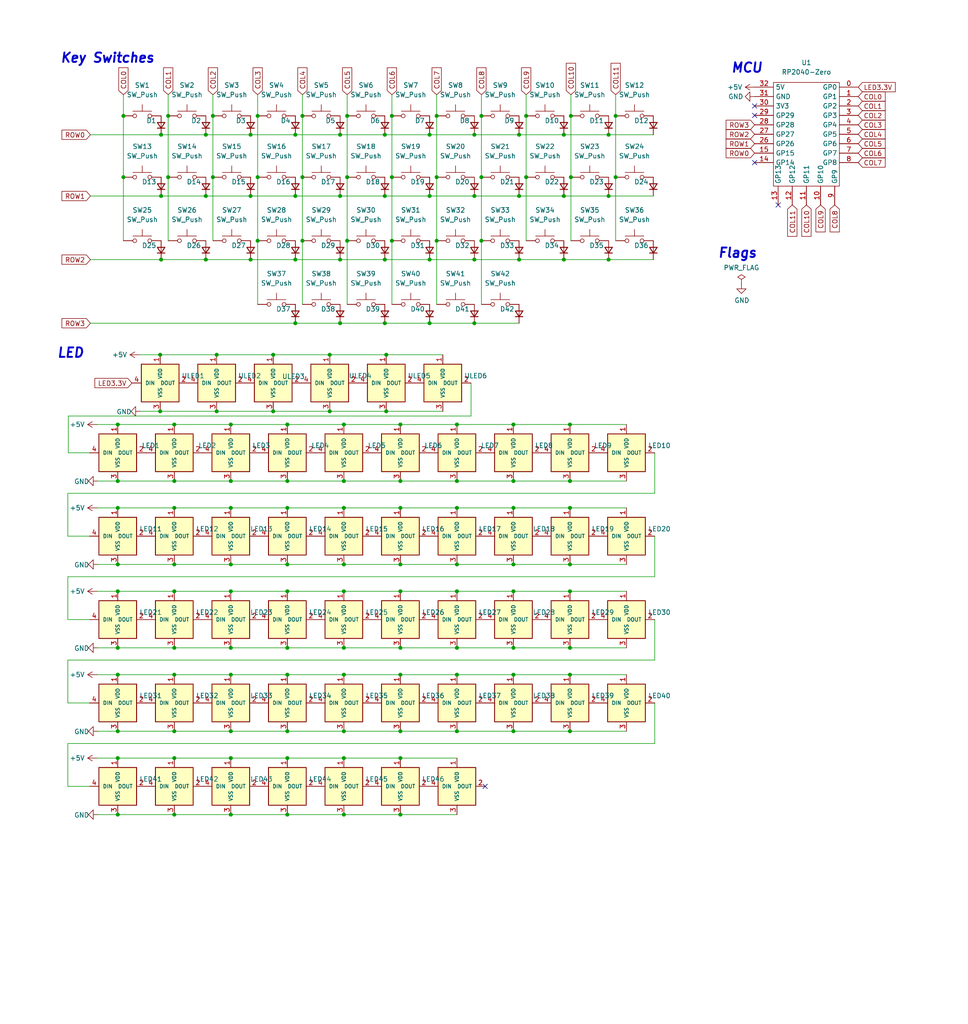
<source format=kicad_sch>
(kicad_sch (version 20231120) (generator "eeschema") (generator_version "8.0")
  (paper "User" 260.985 275.996)
  (junction (at 107.95 219.583))
  (junction (at 43.434 52.832))
  (junction (at 67.564 52.832))
  (junction (at 123.19 174.625))
  (junction (at 92.71 159.385))
  (junction (at 92.71 219.583))
  (junction (at 115.824 69.977))
  (junction (at 69.469 64.897))
  (junction (at 123.19 181.864))
  (junction (at 138.43 152.146))
  (junction (at 103.759 52.832))
  (junction (at 138.43 136.906))
  (junction (at 77.47 159.385))
  (junction (at 62.23 136.906))
  (junction (at 79.629 87.122))
  (junction (at 73.66 95.631))
  (junction (at 62.23 219.583))
  (junction (at 138.43 181.864))
  (junction (at 92.71 181.864))
  (junction (at 141.859 47.752))
  (junction (at 43.18 110.871))
  (junction (at 43.18 95.631))
  (junction (at 77.47 174.625))
  (junction (at 127.889 36.322))
  (junction (at 107.95 204.343))
  (junction (at 79.629 36.322))
  (junction (at 31.75 159.385))
  (junction (at 31.75 136.906))
  (junction (at 123.19 197.104))
  (junction (at 92.71 129.667))
  (junction (at 46.99 129.667))
  (junction (at 33.274 31.242))
  (junction (at 92.71 197.104))
  (junction (at 164.084 52.832))
  (junction (at 46.99 181.864))
  (junction (at 62.23 197.104))
  (junction (at 93.599 47.752))
  (junction (at 46.99 114.427))
  (junction (at 81.534 64.897))
  (junction (at 152.019 52.832))
  (junction (at 62.23 181.864))
  (junction (at 77.47 152.146))
  (junction (at 43.434 36.322))
  (junction (at 153.67 114.427))
  (junction (at 123.19 152.146))
  (junction (at 127.889 87.122))
  (junction (at 31.75 219.583))
  (junction (at 153.67 129.667))
  (junction (at 46.99 136.906))
  (junction (at 123.19 129.667))
  (junction (at 57.404 31.242))
  (junction (at 153.924 47.752))
  (junction (at 77.47 204.343))
  (junction (at 127.889 69.977))
  (junction (at 91.694 52.832))
  (junction (at 152.019 69.977))
  (junction (at 123.19 159.385))
  (junction (at 153.67 136.906))
  (junction (at 107.95 181.864))
  (junction (at 139.954 52.832))
  (junction (at 92.71 204.343))
  (junction (at 79.629 69.977))
  (junction (at 104.14 95.631))
  (junction (at 91.694 69.977))
  (junction (at 55.499 69.977))
  (junction (at 104.14 110.871))
  (junction (at 153.67 197.104))
  (junction (at 69.469 31.242))
  (junction (at 138.43 197.104))
  (junction (at 77.47 129.667))
  (junction (at 92.71 136.906))
  (junction (at 62.23 114.427))
  (junction (at 77.47 114.427))
  (junction (at 127.889 52.832))
  (junction (at 115.824 52.832))
  (junction (at 105.664 64.897))
  (junction (at 138.43 129.667))
  (junction (at 103.759 87.122))
  (junction (at 138.43 114.427))
  (junction (at 107.95 159.385))
  (junction (at 107.95 136.906))
  (junction (at 77.47 197.104))
  (junction (at 31.75 181.864))
  (junction (at 164.084 36.322))
  (junction (at 103.759 36.322))
  (junction (at 117.729 31.242))
  (junction (at 107.95 174.625))
  (junction (at 117.729 64.897))
  (junction (at 105.664 31.242))
  (junction (at 93.599 31.242))
  (junction (at 62.23 174.625))
  (junction (at 31.75 174.625))
  (junction (at 165.989 31.242))
  (junction (at 152.019 36.322))
  (junction (at 77.47 136.906))
  (junction (at 46.99 159.385))
  (junction (at 45.339 31.242))
  (junction (at 88.9 110.871))
  (junction (at 62.23 159.385))
  (junction (at 105.664 47.752))
  (junction (at 92.71 174.625))
  (junction (at 46.99 204.343))
  (junction (at 46.99 219.583))
  (junction (at 153.924 31.242))
  (junction (at 62.23 152.146))
  (junction (at 129.794 64.897))
  (junction (at 33.274 47.752))
  (junction (at 164.084 69.977))
  (junction (at 46.99 174.625))
  (junction (at 31.75 152.146))
  (junction (at 107.95 152.146))
  (junction (at 115.824 87.122))
  (junction (at 31.75 197.104))
  (junction (at 57.404 47.752))
  (junction (at 73.66 110.871))
  (junction (at 138.43 174.625))
  (junction (at 43.434 69.977))
  (junction (at 55.499 52.832))
  (junction (at 141.859 31.242))
  (junction (at 93.599 64.897))
  (junction (at 115.824 36.322))
  (junction (at 91.694 87.122))
  (junction (at 107.95 114.427))
  (junction (at 153.67 152.146))
  (junction (at 62.23 204.343))
  (junction (at 92.71 114.427))
  (junction (at 77.47 219.583))
  (junction (at 103.759 69.977))
  (junction (at 31.75 114.427))
  (junction (at 153.67 159.385))
  (junction (at 153.67 181.864))
  (junction (at 139.954 36.322))
  (junction (at 91.694 36.322))
  (junction (at 67.564 69.977))
  (junction (at 153.67 174.625))
  (junction (at 107.95 129.667))
  (junction (at 55.499 36.322))
  (junction (at 139.954 69.977))
  (junction (at 138.43 159.385))
  (junction (at 79.629 52.832))
  (junction (at 92.71 152.146))
  (junction (at 58.42 95.631))
  (junction (at 69.469 47.752))
  (junction (at 46.99 152.146))
  (junction (at 45.339 47.752))
  (junction (at 107.95 197.104))
  (junction (at 62.23 129.667))
  (junction (at 31.75 204.343))
  (junction (at 77.47 181.864))
  (junction (at 123.19 136.906))
  (junction (at 123.19 114.427))
  (junction (at 165.989 47.752))
  (junction (at 81.534 31.242))
  (junction (at 58.42 110.871))
  (junction (at 46.99 197.104))
  (junction (at 81.534 47.752))
  (junction (at 31.75 129.667))
  (junction (at 129.794 31.242))
  (junction (at 67.564 36.322))
  (junction (at 117.729 47.752))
  (junction (at 88.9 95.631))
  (junction (at 129.794 47.752))
  (no_connect (at 203.454 28.575))
  (no_connect (at 130.81 211.963))
  (no_connect (at 203.454 43.815))
  (no_connect (at 203.454 31.115))
  (no_connect (at 209.804 55.245))
  (wire (pts (xy 62.23 204.343) (xy 77.47 204.343)))
  (wire (pts (xy 129.794 47.752) (xy 129.794 64.897)))
  (wire (pts (xy 153.67 114.427) (xy 168.91 114.427)))
  (wire (pts (xy 141.859 31.242) (xy 141.859 47.752)))
  (wire (pts (xy 43.434 36.322) (xy 55.499 36.322)))
  (wire (pts (xy 88.9 95.631) (xy 104.14 95.631)))
  (wire (pts (xy 31.75 136.906) (xy 46.99 136.906)))
  (wire (pts (xy 31.75 174.625) (xy 46.99 174.625)))
  (wire (pts (xy 153.67 181.864) (xy 168.91 181.864)))
  (wire (pts (xy 18.415 122.047) (xy 24.13 122.047)))
  (wire (pts (xy 92.71 159.385) (xy 107.95 159.385)))
  (wire (pts (xy 105.664 47.752) (xy 105.664 64.897)))
  (wire (pts (xy 55.499 52.832) (xy 67.564 52.832)))
  (wire (pts (xy 153.67 174.625) (xy 168.91 174.625)))
  (wire (pts (xy 127 103.251) (xy 127 112.141)))
  (wire (pts (xy 153.67 152.146) (xy 168.91 152.146)))
  (wire (pts (xy 73.66 110.871) (xy 88.9 110.871)))
  (wire (pts (xy 107.95 174.625) (xy 123.19 174.625)))
  (wire (pts (xy 93.599 25.527) (xy 93.599 31.242)))
  (wire (pts (xy 43.18 95.631) (xy 58.42 95.631)))
  (wire (pts (xy 57.404 25.527) (xy 57.404 31.242)))
  (wire (pts (xy 58.42 95.631) (xy 73.66 95.631)))
  (wire (pts (xy 176.53 167.005) (xy 176.53 177.927)))
  (wire (pts (xy 43.18 110.871) (xy 58.42 110.871)))
  (wire (pts (xy 139.954 52.832) (xy 152.019 52.832)))
  (wire (pts (xy 88.9 110.871) (xy 104.14 110.871)))
  (wire (pts (xy 18.288 167.005) (xy 24.13 167.005)))
  (wire (pts (xy 31.75 152.146) (xy 46.99 152.146)))
  (wire (pts (xy 26.416 174.625) (xy 31.75 174.625)))
  (wire (pts (xy 46.99 136.906) (xy 62.23 136.906)))
  (wire (pts (xy 92.71 136.906) (xy 107.95 136.906)))
  (wire (pts (xy 107.95 152.146) (xy 123.19 152.146)))
  (wire (pts (xy 24.384 52.832) (xy 43.434 52.832)))
  (wire (pts (xy 165.989 47.752) (xy 165.989 64.897)))
  (wire (pts (xy 67.564 36.322) (xy 79.629 36.322)))
  (wire (pts (xy 123.19 197.104) (xy 138.43 197.104)))
  (wire (pts (xy 107.95 136.906) (xy 123.19 136.906)))
  (wire (pts (xy 55.499 36.322) (xy 67.564 36.322)))
  (wire (pts (xy 18.288 189.484) (xy 24.13 189.484)))
  (wire (pts (xy 107.95 219.583) (xy 123.19 219.583)))
  (wire (pts (xy 107.95 159.385) (xy 123.19 159.385)))
  (wire (pts (xy 117.729 47.752) (xy 117.729 64.897)))
  (wire (pts (xy 33.274 47.752) (xy 33.274 64.897)))
  (wire (pts (xy 115.824 36.322) (xy 127.889 36.322)))
  (wire (pts (xy 123.19 159.385) (xy 138.43 159.385)))
  (wire (pts (xy 46.99 219.583) (xy 62.23 219.583)))
  (wire (pts (xy 26.162 204.343) (xy 31.75 204.343)))
  (wire (pts (xy 26.416 197.104) (xy 31.75 197.104)))
  (wire (pts (xy 46.99 159.385) (xy 62.23 159.385)))
  (wire (pts (xy 176.53 155.448) (xy 18.288 155.448)))
  (wire (pts (xy 31.75 159.385) (xy 46.99 159.385)))
  (wire (pts (xy 176.53 189.484) (xy 176.53 200.406)))
  (wire (pts (xy 79.629 52.832) (xy 91.694 52.832)))
  (wire (pts (xy 31.75 197.104) (xy 46.99 197.104)))
  (wire (pts (xy 77.47 181.864) (xy 92.71 181.864)))
  (wire (pts (xy 103.759 36.322) (xy 115.824 36.322)))
  (wire (pts (xy 69.469 47.752) (xy 69.469 64.897)))
  (wire (pts (xy 81.534 31.242) (xy 81.534 47.752)))
  (wire (pts (xy 18.288 211.963) (xy 24.13 211.963)))
  (wire (pts (xy 176.53 132.969) (xy 18.288 132.969)))
  (wire (pts (xy 18.288 132.969) (xy 18.288 144.526)))
  (wire (pts (xy 77.47 197.104) (xy 92.71 197.104)))
  (wire (pts (xy 46.99 152.146) (xy 62.23 152.146)))
  (wire (pts (xy 127.889 52.832) (xy 139.954 52.832)))
  (wire (pts (xy 91.694 69.977) (xy 103.759 69.977)))
  (wire (pts (xy 18.288 189.484) (xy 18.288 177.927)))
  (wire (pts (xy 46.99 204.343) (xy 62.23 204.343)))
  (wire (pts (xy 77.47 114.427) (xy 92.71 114.427)))
  (wire (pts (xy 91.694 52.832) (xy 103.759 52.832)))
  (wire (pts (xy 115.824 52.832) (xy 127.889 52.832)))
  (wire (pts (xy 18.288 167.005) (xy 18.288 155.448)))
  (wire (pts (xy 92.71 204.343) (xy 107.95 204.343)))
  (wire (pts (xy 31.75 181.864) (xy 46.99 181.864)))
  (wire (pts (xy 123.19 174.625) (xy 138.43 174.625)))
  (wire (pts (xy 127.889 69.977) (xy 139.954 69.977)))
  (wire (pts (xy 67.564 69.977) (xy 79.629 69.977)))
  (wire (pts (xy 176.53 177.927) (xy 18.288 177.927)))
  (wire (pts (xy 139.954 36.322) (xy 152.019 36.322)))
  (wire (pts (xy 62.23 152.146) (xy 77.47 152.146)))
  (wire (pts (xy 141.859 25.527) (xy 141.859 31.242)))
  (wire (pts (xy 77.47 129.667) (xy 92.71 129.667)))
  (wire (pts (xy 77.47 219.583) (xy 92.71 219.583)))
  (wire (pts (xy 152.019 69.977) (xy 164.084 69.977)))
  (wire (pts (xy 153.924 25.527) (xy 153.924 31.242)))
  (wire (pts (xy 79.629 87.122) (xy 91.694 87.122)))
  (wire (pts (xy 77.47 159.385) (xy 92.71 159.385)))
  (wire (pts (xy 62.23 114.427) (xy 77.47 114.427)))
  (wire (pts (xy 62.23 129.667) (xy 77.47 129.667)))
  (wire (pts (xy 62.23 136.906) (xy 77.47 136.906)))
  (wire (pts (xy 104.14 95.631) (xy 119.38 95.631)))
  (wire (pts (xy 176.53 122.047) (xy 176.53 132.969)))
  (wire (pts (xy 123.19 181.864) (xy 138.43 181.864)))
  (wire (pts (xy 117.729 64.897) (xy 117.729 82.042)))
  (wire (pts (xy 33.274 25.527) (xy 33.274 31.242)))
  (wire (pts (xy 138.43 114.427) (xy 153.67 114.427)))
  (wire (pts (xy 43.434 69.977) (xy 55.499 69.977)))
  (wire (pts (xy 91.694 36.322) (xy 103.759 36.322)))
  (wire (pts (xy 46.99 174.625) (xy 62.23 174.625)))
  (wire (pts (xy 176.53 200.406) (xy 18.288 200.406)))
  (wire (pts (xy 43.434 52.832) (xy 55.499 52.832)))
  (wire (pts (xy 62.23 219.583) (xy 77.47 219.583)))
  (wire (pts (xy 93.599 47.752) (xy 93.599 64.897)))
  (wire (pts (xy 33.274 31.242) (xy 33.274 47.752)))
  (wire (pts (xy 141.859 47.752) (xy 141.859 64.897)))
  (wire (pts (xy 92.71 152.146) (xy 107.95 152.146)))
  (wire (pts (xy 123.19 136.906) (xy 138.43 136.906)))
  (wire (pts (xy 176.53 144.526) (xy 176.53 155.448)))
  (wire (pts (xy 24.384 87.122) (xy 79.629 87.122)))
  (wire (pts (xy 123.19 129.667) (xy 138.43 129.667)))
  (wire (pts (xy 129.794 31.242) (xy 129.794 47.752)))
  (wire (pts (xy 127.889 87.122) (xy 139.954 87.122)))
  (wire (pts (xy 138.43 129.667) (xy 153.67 129.667)))
  (wire (pts (xy 58.42 110.871) (xy 73.66 110.871)))
  (wire (pts (xy 153.67 129.667) (xy 168.91 129.667)))
  (wire (pts (xy 127.889 36.322) (xy 139.954 36.322)))
  (wire (pts (xy 138.43 152.146) (xy 153.67 152.146)))
  (wire (pts (xy 62.23 159.385) (xy 77.47 159.385)))
  (wire (pts (xy 139.954 69.977) (xy 152.019 69.977)))
  (wire (pts (xy 81.534 64.897) (xy 81.534 82.042)))
  (wire (pts (xy 127 112.141) (xy 18.415 112.141)))
  (wire (pts (xy 67.564 52.832) (xy 79.629 52.832)))
  (wire (pts (xy 103.759 87.122) (xy 115.824 87.122)))
  (wire (pts (xy 31.75 204.343) (xy 46.99 204.343)))
  (wire (pts (xy 46.99 197.104) (xy 62.23 197.104)))
  (wire (pts (xy 18.288 211.963) (xy 18.288 200.406)))
  (wire (pts (xy 62.23 181.864) (xy 77.47 181.864)))
  (wire (pts (xy 107.95 114.427) (xy 123.19 114.427)))
  (wire (pts (xy 46.99 129.667) (xy 62.23 129.667)))
  (wire (pts (xy 69.469 25.527) (xy 69.469 31.242)))
  (wire (pts (xy 37.592 95.631) (xy 43.18 95.631)))
  (wire (pts (xy 79.629 69.977) (xy 91.694 69.977)))
  (wire (pts (xy 105.664 64.897) (xy 105.664 82.042)))
  (wire (pts (xy 92.71 219.583) (xy 107.95 219.583)))
  (wire (pts (xy 24.384 69.977) (xy 43.434 69.977)))
  (wire (pts (xy 24.384 36.322) (xy 43.434 36.322)))
  (wire (pts (xy 77.47 174.625) (xy 92.71 174.625)))
  (wire (pts (xy 107.95 197.104) (xy 123.19 197.104)))
  (wire (pts (xy 153.924 47.752) (xy 153.924 64.897)))
  (wire (pts (xy 45.339 25.527) (xy 45.339 31.242)))
  (wire (pts (xy 104.14 110.871) (xy 119.38 110.871)))
  (wire (pts (xy 45.339 31.242) (xy 45.339 47.752)))
  (wire (pts (xy 92.71 114.427) (xy 107.95 114.427)))
  (wire (pts (xy 69.469 31.242) (xy 69.469 47.752)))
  (wire (pts (xy 138.43 181.864) (xy 153.67 181.864)))
  (wire (pts (xy 18.415 112.141) (xy 18.415 122.047)))
  (wire (pts (xy 45.339 47.752) (xy 45.339 64.897)))
  (wire (pts (xy 117.729 31.242) (xy 117.729 47.752)))
  (wire (pts (xy 46.99 181.864) (xy 62.23 181.864)))
  (wire (pts (xy 152.019 36.322) (xy 164.084 36.322)))
  (wire (pts (xy 26.416 129.667) (xy 31.75 129.667)))
  (wire (pts (xy 81.534 25.527) (xy 81.534 31.242)))
  (wire (pts (xy 103.759 52.832) (xy 115.824 52.832)))
  (wire (pts (xy 164.084 69.977) (xy 176.149 69.977)))
  (wire (pts (xy 153.67 159.385) (xy 168.91 159.385)))
  (wire (pts (xy 107.95 181.864) (xy 123.19 181.864)))
  (wire (pts (xy 129.794 25.527) (xy 129.794 31.242)))
  (wire (pts (xy 77.47 136.906) (xy 92.71 136.906)))
  (wire (pts (xy 123.19 152.146) (xy 138.43 152.146)))
  (wire (pts (xy 165.989 25.527) (xy 165.989 31.242)))
  (wire (pts (xy 26.162 181.864) (xy 31.75 181.864)))
  (wire (pts (xy 62.23 174.625) (xy 77.47 174.625)))
  (wire (pts (xy 81.534 47.752) (xy 81.534 64.897)))
  (wire (pts (xy 57.404 47.752) (xy 57.404 64.897)))
  (wire (pts (xy 164.084 36.322) (xy 176.149 36.322)))
  (wire (pts (xy 37.846 110.871) (xy 43.18 110.871)))
  (wire (pts (xy 92.71 181.864) (xy 107.95 181.864)))
  (wire (pts (xy 26.162 136.906) (xy 31.75 136.906)))
  (wire (pts (xy 153.67 197.104) (xy 168.91 197.104)))
  (wire (pts (xy 153.67 136.906) (xy 168.91 136.906)))
  (wire (pts (xy 26.416 152.146) (xy 31.75 152.146)))
  (wire (pts (xy 93.599 64.897) (xy 93.599 82.042)))
  (wire (pts (xy 77.47 152.146) (xy 92.71 152.146)))
  (wire (pts (xy 91.694 87.122) (xy 103.759 87.122)))
  (wire (pts (xy 93.599 31.242) (xy 93.599 47.752)))
  (wire (pts (xy 79.629 36.322) (xy 91.694 36.322)))
  (wire (pts (xy 123.19 114.427) (xy 138.43 114.427)))
  (wire (pts (xy 55.499 69.977) (xy 67.564 69.977)))
  (wire (pts (xy 26.162 114.427) (xy 31.75 114.427)))
  (wire (pts (xy 165.989 31.242) (xy 165.989 47.752)))
  (wire (pts (xy 31.75 219.583) (xy 46.99 219.583)))
  (wire (pts (xy 107.95 129.667) (xy 123.19 129.667)))
  (wire (pts (xy 92.71 129.667) (xy 107.95 129.667)))
  (wire (pts (xy 164.084 52.832) (xy 176.149 52.832)))
  (wire (pts (xy 107.95 204.343) (xy 123.19 204.343)))
  (wire (pts (xy 57.404 31.242) (xy 57.404 47.752)))
  (wire (pts (xy 117.729 25.527) (xy 117.729 31.242)))
  (wire (pts (xy 26.162 159.385) (xy 31.75 159.385)))
  (wire (pts (xy 138.43 159.385) (xy 153.67 159.385)))
  (wire (pts (xy 62.23 197.104) (xy 77.47 197.104)))
  (wire (pts (xy 138.43 136.906) (xy 153.67 136.906)))
  (wire (pts (xy 73.66 95.631) (xy 88.9 95.631)))
  (wire (pts (xy 69.469 64.897) (xy 69.469 82.042)))
  (wire (pts (xy 115.824 69.977) (xy 127.889 69.977)))
  (wire (pts (xy 31.75 114.427) (xy 46.99 114.427)))
  (wire (pts (xy 105.664 31.242) (xy 105.664 47.752)))
  (wire (pts (xy 31.75 129.667) (xy 46.99 129.667)))
  (wire (pts (xy 138.43 197.104) (xy 153.67 197.104)))
  (wire (pts (xy 92.71 174.625) (xy 107.95 174.625)))
  (wire (pts (xy 77.47 204.343) (xy 92.71 204.343)))
  (wire (pts (xy 105.664 25.527) (xy 105.664 31.242)))
  (wire (pts (xy 138.43 174.625) (xy 153.67 174.625)))
  (wire (pts (xy 115.824 87.122) (xy 127.889 87.122)))
  (wire (pts (xy 46.99 114.427) (xy 62.23 114.427)))
  (wire (pts (xy 129.794 64.897) (xy 129.794 82.042)))
  (wire (pts (xy 153.924 31.242) (xy 153.924 47.752)))
  (wire (pts (xy 18.288 144.526) (xy 24.13 144.526)))
  (wire (pts (xy 92.71 197.104) (xy 107.95 197.104)))
  (wire (pts (xy 152.019 52.832) (xy 164.084 52.832)))
  (wire (pts (xy 26.416 219.583) (xy 31.75 219.583)))
  (wire (pts (xy 103.759 69.977) (xy 115.824 69.977)))
  (text "MCU" (at 196.977 19.939 0) (effects (font (size 2.54 2.54) (thickness 0.508) (bold yes) (italic yes)) (justify left bottom)))
  (text "LED" (at 15.24 96.774 0) (effects (font (size 2.54 2.54) (thickness 0.508) (bold yes) (italic yes)) (justify left bottom)))
  (text "Flags" (at 193.421 69.85 0) (effects (font (size 2.54 2.54) (thickness 0.508) (bold yes) (italic yes)) (justify left bottom)))
  (text "Key Switches" (at 16.129 17.272 0) (effects (font (size 2.54 2.54) (thickness 0.508) (bold yes) (italic yes)) (justify left bottom)))
  (global_label "ROW0" (shape input) (at 203.454 41.275 180) (property "Intersheetrefs" "${INTERSHEET_REFS}" (effects (hide yes))))
  (global_label "COL3" (shape input) (at 69.469 25.527 90) (property "Intersheetrefs" "${INTERSHEET_REFS}" (effects (hide yes))))
  (global_label "COL10" (shape input) (at 153.924 25.527 90) (property "Intersheetrefs" "${INTERSHEET_REFS}" (effects (hide yes))))
  (global_label "ROW1" (shape input) (at 24.384 52.832 180) (property "Intersheetrefs" "${INTERSHEET_REFS}" (effects (hide yes))))
  (global_label "COL4" (shape input) (at 81.534 25.527 90) (property "Intersheetrefs" "${INTERSHEET_REFS}" (effects (hide yes))))
  (global_label "COL5" (shape input) (at 93.599 25.527 90) (property "Intersheetrefs" "${INTERSHEET_REFS}" (effects (hide yes))))
  (global_label "COL9" (shape input) (at 221.234 55.245 270) (property "Intersheetrefs" "${INTERSHEET_REFS}" (effects (hide yes))))
  (global_label "LED3.3V" (shape input) (at 35.56 103.251 180) (property "Intersheetrefs" "${INTERSHEET_REFS}" (effects (hide yes))) (property "シート間のリファレンス" "${INTERSHEET_REFS}" (effects (hide yes))))
  (global_label "COL2" (shape input) (at 57.404 25.527 90) (property "Intersheetrefs" "${INTERSHEET_REFS}" (effects (hide yes))))
  (global_label "COL2" (shape input) (at 231.394 31.115 0) (property "Intersheetrefs" "${INTERSHEET_REFS}" (effects (hide yes))))
  (global_label "COL10" (shape input) (at 217.424 55.245 270) (property "Intersheetrefs" "${INTERSHEET_REFS}" (effects (hide yes))))
  (global_label "COL5" (shape input) (at 231.394 38.735 0) (property "Intersheetrefs" "${INTERSHEET_REFS}" (effects (hide yes))))
  (global_label "COL0" (shape input) (at 33.274 25.527 90) (property "Intersheetrefs" "${INTERSHEET_REFS}" (effects (hide yes))))
  (global_label "COL4" (shape input) (at 231.394 36.195 0) (property "Intersheetrefs" "${INTERSHEET_REFS}" (effects (hide yes))))
  (global_label "COL8" (shape input) (at 225.044 55.245 270) (property "Intersheetrefs" "${INTERSHEET_REFS}" (effects (hide yes))))
  (global_label "ROW2" (shape input) (at 203.454 36.195 180) (property "Intersheetrefs" "${INTERSHEET_REFS}" (effects (hide yes))))
  (global_label "COL11" (shape input) (at 165.989 25.527 90) (property "Intersheetrefs" "${INTERSHEET_REFS}" (effects (hide yes))))
  (global_label "COL3" (shape input) (at 231.394 33.655 0) (property "Intersheetrefs" "${INTERSHEET_REFS}" (effects (hide yes))))
  (global_label "COL8" (shape input) (at 129.794 25.527 90) (property "Intersheetrefs" "${INTERSHEET_REFS}" (effects (hide yes))))
  (global_label "ROW0" (shape input) (at 24.384 36.322 180) (property "Intersheetrefs" "${INTERSHEET_REFS}" (effects (hide yes))))
  (global_label "ROW1" (shape input) (at 203.454 38.735 180) (property "Intersheetrefs" "${INTERSHEET_REFS}" (effects (hide yes))))
  (global_label "LED3.3V" (shape input) (at 231.394 23.495 0) (property "Intersheetrefs" "${INTERSHEET_REFS}" (effects (hide yes))) (property "シート間のリファレンス" "${INTERSHEET_REFS}" (effects (hide yes))))
  (global_label "COL6" (shape input) (at 105.664 25.527 90) (property "Intersheetrefs" "${INTERSHEET_REFS}" (effects (hide yes))))
  (global_label "COL9" (shape input) (at 141.859 25.527 90) (property "Intersheetrefs" "${INTERSHEET_REFS}" (effects (hide yes))))
  (global_label "COL1" (shape input) (at 231.394 28.575 0) (property "Intersheetrefs" "${INTERSHEET_REFS}" (effects (hide yes))))
  (global_label "ROW3" (shape input) (at 203.454 33.655 180) (property "Intersheetrefs" "${INTERSHEET_REFS}" (effects (hide yes))))
  (global_label "ROW2" (shape input) (at 24.384 69.977 180) (property "Intersheetrefs" "${INTERSHEET_REFS}" (effects (hide yes))))
  (global_label "COL7" (shape input) (at 117.729 25.527 90) (property "Intersheetrefs" "${INTERSHEET_REFS}" (effects (hide yes))))
  (global_label "COL6" (shape input) (at 231.394 41.275 0) (property "Intersheetrefs" "${INTERSHEET_REFS}" (effects (hide yes))))
  (global_label "COL11" (shape input) (at 213.614 55.245 270) (property "Intersheetrefs" "${INTERSHEET_REFS}" (effects (hide yes))))
  (global_label "COL7" (shape input) (at 231.394 43.815 0) (property "Intersheetrefs" "${INTERSHEET_REFS}" (effects (hide yes))))
  (global_label "COL0" (shape input) (at 231.394 26.035 0) (property "Intersheetrefs" "${INTERSHEET_REFS}" (effects (hide yes))))
  (global_label "ROW3" (shape input) (at 24.384 87.122 180) (property "Intersheetrefs" "${INTERSHEET_REFS}" (effects (hide yes))))
  (global_label "COL1" (shape input) (at 45.339 25.527 90) (property "Intersheetrefs" "${INTERSHEET_REFS}" (effects (hide yes))))
  (symbol (lib_id "Noraneko:SK6812MINI-E") (at 46.99 144.526 0) (unit 1)
    (property "Reference" "LED12" (at 55.88 142.5816 0))
    (property "Value" "SK6812MINI-E" (effects (hide yes)))
    (property "Footprint" "Noraneko:SK6812MINI-E" (effects (hide yes)))
  )
  (symbol (lib_id "Device:D_Small") (at 103.759 84.582 90) (unit 1)
    (property "Reference" "D39" (at 102.489 83.312 90) (effects (justify left)))
    (property "Value" "D" (effects (hide yes)))
    (property "Footprint" "Noraneko:1N4148W" (effects (hide yes)))
    (property "LCSC" "C81598" (effects (hide yes)))
    (property "Sim.Device" "D" (effects (hide yes)))
    (property "Sim.Pins" "1=K 2=A" (effects (hide yes)))
  )
  (symbol (lib_id "Device:D_Small") (at 139.954 84.582 90) (unit 1)
    (property "Reference" "D42" (at 138.684 83.312 90) (effects (justify left)))
    (property "Value" "D" (effects (hide yes)))
    (property "Footprint" "Noraneko:1N4148W" (effects (hide yes)))
    (property "LCSC" "C81598" (effects (hide yes)))
    (property "Sim.Device" "D" (effects (hide yes)))
    (property "Sim.Pins" "1=K 2=A" (effects (hide yes)))
  )
  (symbol (lib_id "Switch:SW_Push") (at 74.549 64.897 0) (unit 1)
    (property "Reference" "SW28" (at 74.549 56.642 0))
    (property "Value" "SW_Push" (at 74.549 59.182 0))
    (property "Footprint" "Noraneko:MX_Socket" (effects (hide yes)))
  )
  (symbol (lib_id "Switch:SW_Push") (at 50.419 47.752 0) (unit 1)
    (property "Reference" "SW14" (at 50.419 39.497 0))
    (property "Value" "SW_Push" (at 50.419 42.037 0))
    (property "Footprint" "Noraneko:MX_Socket" (effects (hide yes)))
  )
  (symbol (lib_id "Noraneko:SK6812MINI-E") (at 46.99 122.047 0) (unit 1)
    (property "Reference" "LED2" (at 55.88 120.1026 0))
    (property "Value" "SK6812MINI-E" (effects (hide yes)))
    (property "Footprint" "Noraneko:SK6812MINI-E" (effects (hide yes)))
  )
  (symbol (lib_id "Noraneko:SK6812MINI-E") (at 104.14 103.251 0) (unit 1)
    (property "Reference" "ULED5" (at 113.03 101.3066 0))
    (property "Value" "WS2812B" (effects (hide yes)))
    (property "Footprint" "Noraneko:WS2812B_PLCC4_5.0x5.0mm" (effects (hide yes)))
    (property "LCSC" "C2843785" (effects (hide yes)))
  )
  (symbol (lib_id "Switch:SW_Push") (at 122.809 64.897 0) (unit 1)
    (property "Reference" "SW32" (at 122.809 56.642 0))
    (property "Value" "SW_Push" (at 122.809 59.182 0))
    (property "Footprint" "Noraneko:MX_Socket" (effects (hide yes)))
  )
  (symbol (lib_id "Noraneko:SK6812MINI-E") (at 107.95 189.484 0) (unit 1)
    (property "Reference" "LED36" (at 116.84 187.5396 0))
    (property "Value" "SK6812MINI-E" (effects (hide yes)))
    (property "Footprint" "Noraneko:SK6812MINI-E" (effects (hide yes)))
  )
  (symbol (lib_id "Noraneko:SK6812MINI-E") (at 77.47 122.047 0) (unit 1)
    (property "Reference" "LED4" (at 86.36 120.1026 0))
    (property "Value" "SK6812MINI-E" (effects (hide yes)))
    (property "Footprint" "Noraneko:SK6812MINI-E" (effects (hide yes)))
  )
  (symbol (lib_id "Noraneko:SK6812MINI-E") (at 123.19 144.526 0) (unit 1)
    (property "Reference" "LED17" (at 132.08 142.5816 0))
    (property "Value" "SK6812MINI-E" (effects (hide yes)))
    (property "Footprint" "Noraneko:SK6812MINI-E" (effects (hide yes)))
  )
  (symbol (lib_id "Noraneko:SK6812MINI-E") (at 92.71 189.484 0) (unit 1)
    (property "Reference" "LED35" (at 101.6 187.5396 0))
    (property "Value" "SK6812MINI-E" (effects (hide yes)))
    (property "Footprint" "Noraneko:SK6812MINI-E" (effects (hide yes)))
  )
  (symbol (lib_id "Noraneko:SK6812MINI-E") (at 168.91 189.484 0) (unit 1)
    (property "Reference" "LED40" (at 177.8 187.5396 0))
    (property "Value" "SK6812MINI-E" (effects (hide yes)))
    (property "Footprint" "Noraneko:SK6812MINI-E" (effects (hide yes)))
  )
  (symbol (lib_id "Switch:SW_Push") (at 171.069 31.242 0) (unit 1)
    (property "Reference" "SW12" (at 171.069 22.987 0))
    (property "Value" "SW_Push" (at 171.069 25.527 0))
    (property "Footprint" "Noraneko:MX_Socket" (effects (hide yes)))
  )
  (symbol (lib_id "Switch:SW_Push") (at 74.549 82.042 0) (unit 1)
    (property "Reference" "SW37" (at 74.549 73.787 0))
    (property "Value" "SW_Push" (at 74.549 76.327 0))
    (property "Footprint" "Noraneko:MX_Socket" (effects (hide yes)))
  )
  (symbol (lib_id "power:GND") (at 26.416 129.667 270) (unit 1)
    (property "Reference" "#PWR08" (effects (hide yes)))
    (property "Value" "GND" (at 22.0218 129.794 90))
  )
  (symbol (lib_id "Switch:SW_Push") (at 50.419 64.897 0) (unit 1)
    (property "Reference" "SW26" (at 50.419 56.642 0))
    (property "Value" "SW_Push" (at 50.419 59.182 0))
    (property "Footprint" "Noraneko:MX_Socket" (effects (hide yes)))
  )
  (symbol (lib_id "Noraneko:SK6812MINI-E") (at 92.71 167.005 0) (unit 1)
    (property "Reference" "LED25" (at 101.6 165.0606 0))
    (property "Value" "SK6812MINI-E" (effects (hide yes)))
    (property "Footprint" "Noraneko:SK6812MINI-E" (effects (hide yes)))
  )
  (symbol (lib_id "Switch:SW_Push") (at 38.354 47.752 0) (unit 1)
    (property "Reference" "SW13" (at 38.354 39.497 0))
    (property "Value" "SW_Push" (at 38.354 42.037 0))
    (property "Footprint" "Noraneko:MX_Socket" (effects (hide yes)))
  )
  (symbol (lib_id "Noraneko:SK6812MINI-E") (at 77.47 189.484 0) (unit 1)
    (property "Reference" "LED34" (at 86.36 187.5396 0))
    (property "Value" "SK6812MINI-E" (effects (hide yes)))
    (property "Footprint" "Noraneko:SK6812MINI-E" (effects (hide yes)))
  )
  (symbol (lib_id "Device:D_Small") (at 176.149 33.782 90) (unit 1)
    (property "Reference" "D12" (at 174.879 32.512 90) (effects (justify left)))
    (property "Value" "D" (effects (hide yes)))
    (property "Footprint" "Noraneko:1N4148W" (effects (hide yes)))
    (property "LCSC" "C81598" (effects (hide yes)))
    (property "Sim.Device" "D" (effects (hide yes)))
    (property "Sim.Pins" "1=K 2=A" (effects (hide yes)))
  )
  (symbol (lib_id "Device:D_Small") (at 164.084 67.437 90) (unit 1)
    (property "Reference" "D35" (at 162.814 66.167 90) (effects (justify left)))
    (property "Value" "D" (effects (hide yes)))
    (property "Footprint" "Noraneko:1N4148W" (effects (hide yes)))
    (property "LCSC" "C81598" (effects (hide yes)))
    (property "Sim.Device" "D" (effects (hide yes)))
    (property "Sim.Pins" "1=K 2=A" (effects (hide yes)))
  )
  (symbol (lib_id "Noraneko:SK6812MINI-E") (at 62.23 189.484 0) (unit 1)
    (property "Reference" "LED33" (at 70.485 187.5396 0))
    (property "Value" "SK6812MINI-E" (effects (hide yes)))
    (property "Footprint" "Noraneko:SK6812MINI-E" (effects (hide yes)))
  )
  (symbol (lib_id "Device:D_Small") (at 176.149 67.437 90) (unit 1)
    (property "Reference" "D36" (at 174.879 66.167 90) (effects (justify left)))
    (property "Value" "D" (effects (hide yes)))
    (property "Footprint" "Noraneko:1N4148W" (effects (hide yes)))
    (property "LCSC" "C81598" (effects (hide yes)))
    (property "Sim.Device" "D" (effects (hide yes)))
    (property "Sim.Pins" "1=K 2=A" (effects (hide yes)))
  )
  (symbol (lib_id "Switch:SW_Push") (at 134.874 31.242 0) (unit 1)
    (property "Reference" "SW9" (at 134.874 22.987 0))
    (property "Value" "SW_Push" (at 134.874 25.527 0))
    (property "Footprint" "Noraneko:MX_Socket" (effects (hide yes)))
  )
  (symbol (lib_id "Device:D_Small") (at 152.019 33.782 90) (unit 1)
    (property "Reference" "D10" (at 150.749 32.512 90) (effects (justify left)))
    (property "Value" "D" (effects (hide yes)))
    (property "Footprint" "Noraneko:1N4148W" (effects (hide yes)))
    (property "LCSC" "C81598" (effects (hide yes)))
    (property "Sim.Device" "D" (effects (hide yes)))
    (property "Sim.Pins" "1=K 2=A" (effects (hide yes)))
  )
  (symbol (lib_id "power:GND") (at 26.416 174.625 270) (unit 1)
    (property "Reference" "#PWR012" (effects (hide yes)))
    (property "Value" "GND" (at 22.0218 174.752 90))
  )
  (symbol (lib_id "Noraneko:SK6812MINI-E") (at 92.71 122.047 0) (unit 1)
    (property "Reference" "LED5" (at 101.6 120.1026 0))
    (property "Value" "SK6812MINI-E" (effects (hide yes)))
    (property "Footprint" "Noraneko:SK6812MINI-E" (effects (hide yes)))
  )
  (symbol (lib_id "Switch:SW_Push") (at 86.614 47.752 0) (unit 1)
    (property "Reference" "SW17" (at 86.614 39.497 0))
    (property "Value" "SW_Push" (at 86.614 42.037 0))
    (property "Footprint" "Noraneko:MX_Socket" (effects (hide yes)))
  )
  (symbol (lib_id "Noraneko:SK6812MINI-E") (at 46.99 189.484 0) (unit 1)
    (property "Reference" "LED32" (at 55.88 187.5396 0))
    (property "Value" "SK6812MINI-E" (effects (hide yes)))
    (property "Footprint" "Noraneko:SK6812MINI-E" (effects (hide yes)))
  )
  (symbol (lib_id "Device:D_Small") (at 43.434 50.292 90) (unit 1)
    (property "Reference" "D13" (at 42.164 49.022 90) (effects (justify left)))
    (property "Value" "D" (effects (hide yes)))
    (property "Footprint" "Noraneko:1N4148W" (effects (hide yes)))
    (property "LCSC" "C81598" (effects (hide yes)))
    (property "Sim.Device" "D" (effects (hide yes)))
    (property "Sim.Pins" "1=K 2=A" (effects (hide yes)))
  )
  (symbol (lib_id "Noraneko:SK6812MINI-E") (at 153.67 144.526 0) (unit 1)
    (property "Reference" "LED19" (at 162.56 142.5816 0))
    (property "Value" "SK6812MINI-E" (effects (hide yes)))
    (property "Footprint" "Noraneko:SK6812MINI-E" (effects (hide yes)))
  )
  (symbol (lib_id "power:PWR_FLAG") (at 199.898 76.581 0) (unit 1)
    (property "Reference" "#FLG01" (effects (hide yes)))
    (property "Value" "PWR_FLAG" (at 199.898 72.1614 0))
  )
  (symbol (lib_id "Switch:SW_Push") (at 171.069 64.897 0) (unit 1)
    (property "Reference" "SW36" (at 171.069 56.642 0))
    (property "Value" "SW_Push" (at 171.069 59.182 0))
    (property "Footprint" "Noraneko:MX_Socket" (effects (hide yes)))
  )
  (symbol (lib_id "Device:D_Small") (at 67.564 67.437 90) (unit 1)
    (property "Reference" "D27" (at 66.294 66.167 90) (effects (justify left)))
    (property "Value" "D" (effects (hide yes)))
    (property "Footprint" "Noraneko:1N4148W" (effects (hide yes)))
    (property "LCSC" "C81598" (effects (hide yes)))
    (property "Sim.Device" "D" (effects (hide yes)))
    (property "Sim.Pins" "1=K 2=A" (effects (hide yes)))
  )
  (symbol (lib_id "Noraneko:SK6812MINI-E") (at 153.67 189.484 0) (unit 1)
    (property "Reference" "LED39" (at 162.56 187.5396 0))
    (property "Value" "SK6812MINI-E" (effects (hide yes)))
    (property "Footprint" "Noraneko:SK6812MINI-E" (effects (hide yes)))
  )
  (symbol (lib_id "Noraneko:SK6812MINI-E") (at 138.43 122.047 0) (unit 1)
    (property "Reference" "LED8" (at 146.685 120.1026 0))
    (property "Value" "SK6812MINI-E" (effects (hide yes)))
    (property "Footprint" "Noraneko:SK6812MINI-E" (effects (hide yes)))
  )
  (symbol (lib_id "Switch:SW_Push") (at 86.614 64.897 0) (unit 1)
    (property "Reference" "SW29" (at 86.614 56.642 0))
    (property "Value" "SW_Push" (at 86.614 59.182 0))
    (property "Footprint" "Noraneko:MX_Socket" (effects (hide yes)))
  )
  (symbol (lib_id "Noraneko:SK6812MINI-E") (at 46.99 167.005 0) (unit 1)
    (property "Reference" "LED22" (at 55.88 165.0606 0))
    (property "Value" "SK6812MINI-E" (effects (hide yes)))
    (property "Footprint" "Noraneko:SK6812MINI-E" (effects (hide yes)))
  )
  (symbol (lib_id "Noraneko:SK6812MINI-E") (at 123.19 167.005 0) (unit 1)
    (property "Reference" "LED27" (at 132.08 165.0606 0))
    (property "Value" "SK6812MINI-E" (effects (hide yes)))
    (property "Footprint" "Noraneko:SK6812MINI-E" (effects (hide yes)))
  )
  (symbol (lib_id "Switch:SW_Push") (at 146.939 64.897 0) (unit 1)
    (property "Reference" "SW34" (at 146.939 56.642 0))
    (property "Value" "SW_Push" (at 146.939 59.182 0))
    (property "Footprint" "Noraneko:MX_Socket" (effects (hide yes)))
  )
  (symbol (lib_id "Switch:SW_Push") (at 110.744 64.897 0) (unit 1)
    (property "Reference" "SW31" (at 110.744 56.642 0))
    (property "Value" "SW_Push" (at 110.744 59.182 0))
    (property "Footprint" "Noraneko:MX_Socket" (effects (hide yes)))
  )
  (symbol (lib_id "Noraneko:SK6812MINI-E") (at 92.71 211.963 0) (unit 1)
    (property "Reference" "LED45" (at 101.6 210.0186 0))
    (property "Value" "SK6812MINI-E" (effects (hide yes)))
    (property "Footprint" "Noraneko:SK6812MINI-E" (effects (hide yes)))
  )
  (symbol (lib_id "power:GND") (at 26.416 152.146 270) (unit 1)
    (property "Reference" "#PWR010" (effects (hide yes)))
    (property "Value" "GND" (at 22.0218 152.273 90))
  )
  (symbol (lib_id "Noraneko:SK6812MINI-E") (at 77.47 167.005 0) (unit 1)
    (property "Reference" "LED24" (at 86.36 165.0606 0))
    (property "Value" "SK6812MINI-E" (effects (hide yes)))
    (property "Footprint" "Noraneko:SK6812MINI-E" (effects (hide yes)))
  )
  (symbol (lib_id "Noraneko:SK6812MINI-E") (at 77.47 211.963 0) (unit 1)
    (property "Reference" "LED44" (at 86.36 210.0186 0))
    (property "Value" "SK6812MINI-E" (effects (hide yes)))
    (property "Footprint" "Noraneko:SK6812MINI-E" (effects (hide yes)))
  )
  (symbol (lib_id "Noraneko:SK6812MINI-E") (at 107.95 122.047 0) (unit 1)
    (property "Reference" "LED6" (at 116.84 120.1026 0))
    (property "Value" "SK6812MINI-E" (effects (hide yes)))
    (property "Footprint" "Noraneko:SK6812MINI-E" (effects (hide yes)))
  )
  (symbol (lib_id "Switch:SW_Push") (at 74.549 47.752 0) (unit 1)
    (property "Reference" "SW16" (at 74.549 39.497 0))
    (property "Value" "SW_Push" (at 74.549 42.037 0))
    (property "Footprint" "Noraneko:MX_Socket" (effects (hide yes)))
  )
  (symbol (lib_id "Noraneko:SK6812MINI-E") (at 107.95 167.005 0) (unit 1)
    (property "Reference" "LED26" (at 116.84 165.0606 0))
    (property "Value" "SK6812MINI-E" (effects (hide yes)))
    (property "Footprint" "Noraneko:SK6812MINI-E" (effects (hide yes)))
  )
  (symbol (lib_id "Device:D_Small") (at 67.564 33.782 90) (unit 1)
    (property "Reference" "D3" (at 66.294 32.512 90) (effects (justify left)))
    (property "Value" "D" (effects (hide yes)))
    (property "Footprint" "Noraneko:1N4148W" (effects (hide yes)))
    (property "LCSC" "C81598" (effects (hide yes)))
    (property "Sim.Device" "D" (effects (hide yes)))
    (property "Sim.Pins" "1=K 2=A" (effects (hide yes)))
  )
  (symbol (lib_id "Noraneko:SK6812MINI-E") (at 107.95 144.526 0) (unit 1)
    (property "Reference" "LED16" (at 116.84 142.5816 0))
    (property "Value" "SK6812MINI-E" (effects (hide yes)))
    (property "Footprint" "Noraneko:SK6812MINI-E" (effects (hide yes)))
  )
  (symbol (lib_id "Switch:SW_Push") (at 62.484 64.897 0) (unit 1)
    (property "Reference" "SW27" (at 62.484 56.642 0))
    (property "Value" "SW_Push" (at 62.484 59.182 0))
    (property "Footprint" "Noraneko:MX_Socket" (effects (hide yes)))
  )
  (symbol (lib_id "Switch:SW_Push") (at 134.874 47.752 0) (unit 1)
    (property "Reference" "SW21" (at 134.874 39.497 0))
    (property "Value" "SW_Push" (at 134.874 42.037 0))
    (property "Footprint" "Noraneko:MX_Socket" (effects (hide yes)))
  )
  (symbol (lib_id "Noraneko:SK6812MINI-E") (at 123.19 211.963 0) (unit 1)
    (property "Reference" "LED47" (effects (hide yes)))
    (property "Value" "SK6812MINI-E" (effects (hide yes)))
    (property "Footprint" "Noraneko:SK6812MINI-E" (effects (hide yes)))
  )
  (symbol (lib_id "Device:D_Small") (at 91.694 84.582 90) (unit 1)
    (property "Reference" "D38" (at 90.424 83.312 90) (effects (justify left)))
    (property "Value" "D" (effects (hide yes)))
    (property "Footprint" "Noraneko:1N4148W" (effects (hide yes)))
    (property "LCSC" "C81598" (effects (hide yes)))
    (property "Sim.Device" "D" (effects (hide yes)))
    (property "Sim.Pins" "1=K 2=A" (effects (hide yes)))
  )
  (symbol (lib_id "Switch:SW_Push") (at 159.004 64.897 0) (unit 1)
    (property "Reference" "SW35" (at 159.004 56.642 0))
    (property "Value" "SW_Push" (at 159.004 59.182 0))
    (property "Footprint" "Noraneko:MX_Socket" (effects (hide yes)))
  )
  (symbol (lib_id "Switch:SW_Push") (at 98.679 31.242 0) (unit 1)
    (property "Reference" "SW6" (at 98.679 22.987 0))
    (property "Value" "SW_Push" (at 98.679 25.527 0))
    (property "Footprint" "Noraneko:MX_Socket" (effects (hide yes)))
  )
  (symbol (lib_id "power:GND") (at 26.416 219.583 270) (unit 1)
    (property "Reference" "#PWR016" (effects (hide yes)))
    (property "Value" "GND" (at 22.0218 219.71 90))
  )
  (symbol (lib_id "Switch:SW_Push") (at 62.484 31.242 0) (unit 1)
    (property "Reference" "SW3" (at 62.484 22.987 0))
    (property "Value" "SW_Push" (at 62.484 25.527 0))
    (property "Footprint" "Noraneko:MX_Socket" (effects (hide yes)))
  )
  (symbol (lib_id "power:+5V") (at 203.454 23.495 90) (unit 1)
    (property "Reference" "#PWR01" (effects (hide yes)))
    (property "Value" "+5V" (at 198.12 23.495 90))
  )
  (symbol (lib_id "Device:D_Small") (at 127.889 67.437 90) (unit 1)
    (property "Reference" "D32" (at 126.619 66.167 90) (effects (justify left)))
    (property "Value" "D" (effects (hide yes)))
    (property "Footprint" "Noraneko:1N4148W" (effects (hide yes)))
    (property "LCSC" "C81598" (effects (hide yes)))
    (property "Sim.Device" "D" (effects (hide yes)))
    (property "Sim.Pins" "1=K 2=A" (effects (hide yes)))
  )
  (symbol (lib_id "Device:D_Small") (at 139.954 33.782 90) (unit 1)
    (property "Reference" "D9" (at 138.684 32.512 90) (effects (justify left)))
    (property "Value" "D" (effects (hide yes)))
    (property "Footprint" "Noraneko:1N4148W" (effects (hide yes)))
    (property "LCSC" "C81598" (effects (hide yes)))
    (property "Sim.Device" "D" (effects (hide yes)))
    (property "Sim.Pins" "1=K 2=A" (effects (hide yes)))
  )
  (symbol (lib_id "Switch:SW_Push") (at 38.354 31.242 0) (unit 1)
    (property "Reference" "SW1" (at 38.354 22.987 0))
    (property "Value" "SW_Push" (at 38.354 25.527 0))
    (property "Footprint" "Noraneko:MX_Socket" (effects (hide yes)))
  )
  (symbol (lib_id "Noraneko:SK6812MINI-E") (at 31.75 211.963 0) (unit 1)
    (property "Reference" "LED41" (at 40.64 210.0186 0))
    (property "Value" "SK6812MINI-E" (effects (hide yes)))
    (property "Footprint" "Noraneko:SK6812MINI-E" (effects (hide yes)))
  )
  (symbol (lib_id "Device:D_Small") (at 91.694 33.782 90) (unit 1)
    (property "Reference" "D5" (at 90.424 32.512 90) (effects (justify left)))
    (property "Value" "D" (effects (hide yes)))
    (property "Footprint" "Noraneko:1N4148W" (effects (hide yes)))
    (property "LCSC" "C81598" (effects (hide yes)))
    (property "Sim.Device" "D" (effects (hide yes)))
    (property "Sim.Pins" "1=K 2=A" (effects (hide yes)))
  )
  (symbol (lib_id "Switch:SW_Push") (at 98.679 82.042 0) (unit 1)
    (property "Reference" "SW39" (at 98.679 73.787 0))
    (property "Value" "SW_Push" (at 98.679 76.327 0))
    (property "Footprint" "Noraneko:MX_Socket" (effects (hide yes)))
  )
  (symbol (lib_id "Device:D_Small") (at 115.824 50.292 90) (unit 1)
    (property "Reference" "D19" (at 114.554 49.022 90) (effects (justify left)))
    (property "Value" "D" (effects (hide yes)))
    (property "Footprint" "Noraneko:1N4148W" (effects (hide yes)))
    (property "LCSC" "C81598" (effects (hide yes)))
    (property "Sim.Device" "D" (effects (hide yes)))
    (property "Sim.Pins" "1=K 2=A" (effects (hide yes)))
  )
  (symbol (lib_id "Device:D_Small") (at 91.694 50.292 90) (unit 1)
    (property "Reference" "D17" (at 90.424 49.022 90) (effects (justify left)))
    (property "Value" "D" (effects (hide yes)))
    (property "Footprint" "Noraneko:1N4148W" (effects (hide yes)))
    (property "LCSC" "C81598" (effects (hide yes)))
    (property "Sim.Device" "D" (effects (hide yes)))
    (property "Sim.Pins" "1=K 2=A" (effects (hide yes)))
  )
  (symbol (lib_id "Switch:SW_Push") (at 146.939 31.242 0) (unit 1)
    (property "Reference" "SW10" (at 146.939 22.987 0))
    (property "Value" "SW_Push" (at 146.939 25.527 0))
    (property "Footprint" "Noraneko:MX_Socket" (effects (hide yes)))
  )
  (symbol (lib_id "power:GND") (at 37.846 110.871 270) (unit 1)
    (property "Reference" "#PWR018" (effects (hide yes)))
    (property "Value" "GND" (at 33.4518 110.998 90))
  )
  (symbol (lib_id "Noraneko:RP2040-Zero") (at 217.424 17.145 0) (unit 1)
    (property "Reference" "U1" (at 217.424 16.891 0))
    (property "Value" "RP2040-Zero" (at 217.424 19.431 0))
    (property "Footprint" "Noraneko:RP2040-Zero-SMD" (effects (hide yes)))
  )
  (symbol (lib_id "Device:D_Small") (at 176.149 50.292 90) (unit 1)
    (property "Reference" "D24" (at 174.879 49.022 90) (effects (justify left)))
    (property "Value" "D" (effects (hide yes)))
    (property "Footprint" "Noraneko:1N4148W" (effects (hide yes)))
    (property "LCSC" "C81598" (effects (hide yes)))
    (property "Sim.Device" "D" (effects (hide yes)))
    (property "Sim.Pins" "1=K 2=A" (effects (hide yes)))
  )
  (symbol (lib_id "Device:D_Small") (at 43.434 33.782 90) (unit 1)
    (property "Reference" "D1" (at 42.164 32.512 90) (effects (justify left)))
    (property "Value" "D" (effects (hide yes)))
    (property "Footprint" "Noraneko:1N4148W" (effects (hide yes)))
    (property "LCSC" "C81598" (effects (hide yes)))
    (property "Sim.Device" "D" (effects (hide yes)))
    (property "Sim.Pins" "1=K 2=A" (effects (hide yes)))
  )
  (symbol (lib_id "Device:D_Small") (at 127.889 50.292 90) (unit 1)
    (property "Reference" "D20" (at 126.619 49.022 90) (effects (justify left)))
    (property "Value" "D" (effects (hide yes)))
    (property "Footprint" "Noraneko:1N4148W" (effects (hide yes)))
    (property "LCSC" "C81598" (effects (hide yes)))
    (property "Sim.Device" "D" (effects (hide yes)))
    (property "Sim.Pins" "1=K 2=A" (effects (hide yes)))
  )
  (symbol (lib_id "Switch:SW_Push") (at 38.354 64.897 0) (unit 1)
    (property "Reference" "SW25" (at 38.354 56.642 0))
    (property "Value" "SW_Push" (at 38.354 59.182 0))
    (property "Footprint" "Noraneko:MX_Socket" (effects (hide yes)))
  )
  (symbol (lib_id "Switch:SW_Push") (at 110.744 82.042 0) (unit 1)
    (property "Reference" "SW40" (at 110.744 73.787 0))
    (property "Value" "SW_Push" (at 110.744 76.327 0))
    (property "Footprint" "Noraneko:MX_Socket" (effects (hide yes)))
  )
  (symbol (lib_id "Noraneko:SK6812MINI-E") (at 119.38 103.251 0) (unit 1)
    (property "Reference" "ULED6" (at 128.27 101.3066 0))
    (property "Value" "WS2812B" (effects (hide yes)))
    (property "Footprint" "Noraneko:WS2812B_PLCC4_5.0x5.0mm" (effects (hide yes)))
    (property "LCSC" "C2843785" (effects (hide yes)))
  )
  (symbol (lib_id "Noraneko:SK6812MINI-E") (at 31.75 122.047 0) (unit 1)
    (property "Reference" "LED1" (at 40.64 120.1026 0))
    (property "Value" "SK6812MINI-E" (effects (hide yes)))
    (property "Footprint" "Noraneko:SK6812MINI-E" (effects (hide yes)))
  )
  (symbol (lib_id "Device:D_Small") (at 79.629 84.582 90) (unit 1)
    (property "Reference" "D37" (at 78.359 83.312 90) (effects (justify left)))
    (property "Value" "D" (effects (hide yes)))
    (property "Footprint" "Noraneko:1N4148W" (effects (hide yes)))
    (property "LCSC" "C81598" (effects (hide yes)))
    (property "Sim.Device" "D" (effects (hide yes)))
    (property "Sim.Pins" "1=K 2=A" (effects (hide yes)))
  )
  (symbol (lib_id "power:+5V") (at 26.162 181.864 90) (unit 1)
    (property "Reference" "#PWR013" (effects (hide yes)))
    (property "Value" "+5V" (at 20.828 181.864 90))
  )
  (symbol (lib_id "power:GND") (at 26.416 197.104 270) (unit 1)
    (property "Reference" "#PWR014" (effects (hide yes)))
    (property "Value" "GND" (at 22.0218 197.231 90))
  )
  (symbol (lib_id "power:GND") (at 203.454 26.035 270) (unit 1)
    (property "Reference" "#PWR02" (effects (hide yes)))
    (property "Value" "GND" (at 198.374 26.035 90))
  )
  (symbol (lib_id "power:+5V") (at 26.162 204.343 90) (unit 1)
    (property "Reference" "#PWR015" (effects (hide yes)))
    (property "Value" "+5V" (at 20.828 204.343 90))
  )
  (symbol (lib_id "Noraneko:SK6812MINI-E") (at 73.66 103.251 0) (unit 1)
    (property "Reference" "ULED3" (at 79.121 101.473 0))
    (property "Value" "WS2812B" (effects (hide yes)))
    (property "Footprint" "Noraneko:WS2812B_PLCC4_5.0x5.0mm" (effects (hide yes)))
    (property "LCSC" "C2843785" (effects (hide yes)))
  )
  (symbol (lib_id "Noraneko:SK6812MINI-E") (at 153.67 122.047 0) (unit 1)
    (property "Reference" "LED9" (at 162.56 120.1026 0))
    (property "Value" "SK6812MINI-E" (effects (hide yes)))
    (property "Footprint" "Noraneko:SK6812MINI-E" (effects (hide yes)))
  )
  (symbol (lib_id "Device:D_Small") (at 103.759 33.782 90) (unit 1)
    (property "Reference" "D6" (at 102.489 32.512 90) (effects (justify left)))
    (property "Value" "D" (effects (hide yes)))
    (property "Footprint" "Noraneko:1N4148W" (effects (hide yes)))
    (property "LCSC" "C81598" (effects (hide yes)))
    (property "Sim.Device" "D" (effects (hide yes)))
    (property "Sim.Pins" "1=K 2=A" (effects (hide yes)))
  )
  (symbol (lib_id "Device:D_Small") (at 127.889 33.782 90) (unit 1)
    (property "Reference" "D8" (at 126.619 32.512 90) (effects (justify left)))
    (property "Value" "D" (effects (hide yes)))
    (property "Footprint" "Noraneko:1N4148W" (effects (hide yes)))
    (property "LCSC" "C81598" (effects (hide yes)))
    (property "Sim.Device" "D" (effects (hide yes)))
    (property "Sim.Pins" "1=K 2=A" (effects (hide yes)))
  )
  (symbol (lib_id "Noraneko:SK6812MINI-E") (at 153.67 167.005 0) (unit 1)
    (property "Reference" "LED29" (at 162.56 165.0606 0))
    (property "Value" "SK6812MINI-E" (effects (hide yes)))
    (property "Footprint" "Noraneko:SK6812MINI-E" (effects (hide yes)))
  )
  (symbol (lib_id "Device:D_Small") (at 55.499 50.292 90) (unit 1)
    (property "Reference" "D14" (at 54.229 49.022 90) (effects (justify left)))
    (property "Value" "D" (effects (hide yes)))
    (property "Footprint" "Noraneko:1N4148W" (effects (hide yes)))
    (property "LCSC" "C81598" (effects (hide yes)))
    (property "Sim.Device" "D" (effects (hide yes)))
    (property "Sim.Pins" "1=K 2=A" (effects (hide yes)))
  )
  (symbol (lib_id "Device:D_Small") (at 55.499 33.782 90) (unit 1)
    (property "Reference" "D2" (at 54.229 32.512 90) (effects (justify left)))
    (property "Value" "D" (effects (hide yes)))
    (property "Footprint" "Noraneko:1N4148W" (effects (hide yes)))
    (property "LCSC" "C81598" (effects (hide yes)))
    (property "Sim.Device" "D" (effects (hide yes)))
    (property "Sim.Pins" "1=K 2=A" (effects (hide yes)))
  )
  (symbol (lib_id "Noraneko:SK6812MINI-E") (at 168.91 122.047 0) (unit 1)
    (property "Reference" "LED10" (at 177.8 120.1026 0))
    (property "Value" "SK6812MINI-E" (effects (hide yes)))
    (property "Footprint" "Noraneko:SK6812MINI-E" (effects (hide yes)))
  )
  (symbol (lib_id "Noraneko:SK6812MINI-E") (at 168.91 167.005 0) (unit 1)
    (property "Reference" "LED30" (at 177.8 165.0606 0))
    (property "Value" "SK6812MINI-E" (effects (hide yes)))
    (property "Footprint" "Noraneko:SK6812MINI-E" (effects (hide yes)))
  )
  (symbol (lib_id "Noraneko:SK6812MINI-E") (at 138.43 167.005 0) (unit 1)
    (property "Reference" "LED28" (at 146.685 165.0606 0))
    (property "Value" "SK6812MINI-E" (effects (hide yes)))
    (property "Footprint" "Noraneko:SK6812MINI-E" (effects (hide yes)))
  )
  (symbol (lib_id "Device:D_Small") (at 79.629 67.437 90) (unit 1)
    (property "Reference" "D28" (at 78.359 66.167 90) (effects (justify left)))
    (property "Value" "D" (effects (hide yes)))
    (property "Footprint" "Noraneko:1N4148W" (effects (hide yes)))
    (property "LCSC" "C81598" (effects (hide yes)))
    (property "Sim.Device" "D" (effects (hide yes)))
    (property "Sim.Pins" "1=K 2=A" (effects (hide yes)))
  )
  (symbol (lib_id "Device:D_Small") (at 139.954 50.292 90) (unit 1)
    (property "Reference" "D21" (at 138.684 49.022 90) (effects (justify left)))
    (property "Value" "D" (effects (hide yes)))
    (property "Footprint" "Noraneko:1N4148W" (effects (hide yes)))
    (property "LCSC" "C81598" (effects (hide yes)))
    (property "Sim.Device" "D" (effects (hide yes)))
    (property "Sim.Pins" "1=K 2=A" (effects (hide yes)))
  )
  (symbol (lib_id "Switch:SW_Push") (at 98.679 47.752 0) (unit 1)
    (property "Reference" "SW18" (at 98.679 39.497 0))
    (property "Value" "SW_Push" (at 98.679 42.037 0))
    (property "Footprint" "Noraneko:MX_Socket" (effects (hide yes)))
  )
  (symbol (lib_id "Device:D_Small") (at 67.564 50.292 90) (unit 1)
    (property "Reference" "D15" (at 66.294 49.022 90) (effects (justify left)))
    (property "Value" "D" (effects (hide yes)))
    (property "Footprint" "Noraneko:1N4148W" (effects (hide yes)))
    (property "LCSC" "C81598" (effects (hide yes)))
    (property "Sim.Device" "D" (effects (hide yes)))
    (property "Sim.Pins" "1=K 2=A" (effects (hide yes)))
  )
  (symbol (lib_id "Noraneko:SK6812MINI-E") (at 31.75 189.484 0) (unit 1)
    (property "Reference" "LED31" (at 40.64 187.5396 0))
    (property "Value" "SK6812MINI-E" (effects (hide yes)))
    (property "Footprint" "Noraneko:SK6812MINI-E" (effects (hide yes)))
  )
  (symbol (lib_id "Noraneko:SK6812MINI-E") (at 138.43 144.526 0) (unit 1)
    (property "Reference" "LED18" (at 146.685 142.5816 0))
    (property "Value" "SK6812MINI-E" (effects (hide yes)))
    (property "Footprint" "Noraneko:SK6812MINI-E" (effects (hide yes)))
  )
  (symbol (lib_id "Noraneko:SK6812MINI-E") (at 62.23 122.047 0) (unit 1)
    (property "Reference" "LED3" (at 70.485 120.1026 0))
    (property "Value" "SK6812MINI-E" (effects (hide yes)))
    (property "Footprint" "Noraneko:SK6812MINI-E" (effects (hide yes)))
  )
  (symbol (lib_id "Device:D_Small") (at 43.434 67.437 90) (unit 1)
    (property "Reference" "D25" (at 42.164 66.167 90) (effects (justify left)))
    (property "Value" "D" (effects (hide yes)))
    (property "Footprint" "Noraneko:1N4148W" (effects (hide yes)))
    (property "LCSC" "C81598" (effects (hide yes)))
    (property "Sim.Device" "D" (effects (hide yes)))
    (property "Sim.Pins" "1=K 2=A" (effects (hide yes)))
  )
  (symbol (lib_id "Noraneko:SK6812MINI-E") (at 31.75 144.526 0) (unit 1)
    (property "Reference" "LED11" (at 40.64 142.5816 0))
    (property "Value" "SK6812MINI-E" (effects (hide yes)))
    (property "Footprint" "Noraneko:SK6812MINI-E" (effects (hide yes)))
  )
  (symbol (lib_id "Device:D_Small") (at 79.629 33.782 90) (unit 1)
    (property "Reference" "D4" (at 78.359 32.512 90) (effects (justify left)))
    (property "Value" "D" (effects (hide yes)))
    (property "Footprint" "Noraneko:1N4148W" (effects (hide yes)))
    (property "LCSC" "C81598" (effects (hide yes)))
    (property "Sim.Device" "D" (effects (hide yes)))
    (property "Sim.Pins" "1=K 2=A" (effects (hide yes)))
  )
  (symbol (lib_id "Noraneko:SK6812MINI-E") (at 62.23 167.005 0) (unit 1)
    (property "Reference" "LED23" (at 70.485 165.0606 0))
    (property "Value" "SK6812MINI-E" (effects (hide yes)))
    (property "Footprint" "Noraneko:SK6812MINI-E" (effects (hide yes)))
  )
  (symbol (lib_id "Device:D_Small") (at 152.019 50.292 90) (unit 1)
    (property "Reference" "D22" (at 150.749 49.022 90) (effects (justify left)))
    (property "Value" "D" (effects (hide yes)))
    (property "Footprint" "Noraneko:1N4148W" (effects (hide yes)))
    (property "LCSC" "C81598" (effects (hide yes)))
    (property "Sim.Device" "D" (effects (hide yes)))
    (property "Sim.Pins" "1=K 2=A" (effects (hide yes)))
  )
  (symbol (lib_id "Noraneko:SK6812MINI-E") (at 88.9 103.251 0) (unit 1)
    (property "Reference" "ULED4" (at 97.155 101.3066 0))
    (property "Value" "WS2812B" (effects (hide yes)))
    (property "Footprint" "Noraneko:WS2812B_PLCC4_5.0x5.0mm" (effects (hide yes)))
    (property "LCSC" "C2843785" (effects (hide yes)))
  )
  (symbol (lib_id "Switch:SW_Push") (at 74.549 31.242 0) (unit 1)
    (property "Reference" "SW4" (at 74.549 22.987 0))
    (property "Value" "SW_Push" (at 74.549 25.527 0))
    (property "Footprint" "Noraneko:MX_Socket" (effects (hide yes)))
  )
  (symbol (lib_id "Switch:SW_Push") (at 62.484 47.752 0) (unit 1)
    (property "Reference" "SW15" (at 62.484 39.497 0))
    (property "Value" "SW_Push" (at 62.484 42.037 0))
    (property "Footprint" "Noraneko:MX_Socket" (effects (hide yes)))
  )
  (symbol (lib_id "Device:D_Small") (at 164.084 50.292 90) (unit 1)
    (property "Reference" "D23" (at 162.814 49.022 90) (effects (justify left)))
    (property "Value" "D" (effects (hide yes)))
    (property "Footprint" "Noraneko:1N4148W" (effects (hide yes)))
    (property "LCSC" "C81598" (effects (hide yes)))
    (property "Sim.Device" "D" (effects (hide yes)))
    (property "Sim.Pins" "1=K 2=A" (effects (hide yes)))
  )
  (symbol (lib_id "Device:D_Small") (at 103.759 67.437 90) (unit 1)
    (property "Reference" "D30" (at 102.489 66.167 90) (effects (justify left)))
    (property "Value" "D" (effects (hide yes)))
    (property "Footprint" "Noraneko:1N4148W" (effects (hide yes)))
    (property "LCSC" "C81598" (effects (hide yes)))
    (property "Sim.Device" "D" (effects (hide yes)))
    (property "Sim.Pins" "1=K 2=A" (effects (hide yes)))
  )
  (symbol (lib_id "Noraneko:SK6812MINI-E") (at 62.23 144.526 0) (unit 1)
    (property "Reference" "LED13" (at 70.485 142.5816 0))
    (property "Value" "SK6812MINI-E" (effects (hide yes)))
    (property "Footprint" "Noraneko:SK6812MINI-E" (effects (hide yes)))
  )
  (symbol (lib_id "Switch:SW_Push") (at 171.069 47.752 0) (unit 1)
    (property "Reference" "SW24" (at 171.069 39.497 0))
    (property "Value" "SW_Push" (at 171.069 42.037 0))
    (property "Footprint" "Noraneko:MX_Socket" (effects (hide yes)))
  )
  (symbol (lib_id "Noraneko:SK6812MINI-E") (at 46.99 211.963 0) (unit 1)
    (property "Reference" "LED42" (at 55.88 210.0186 0))
    (property "Value" "SK6812MINI-E" (effects (hide yes)))
    (property "Footprint" "Noraneko:SK6812MINI-E" (effects (hide yes)))
  )
  (symbol (lib_id "Noraneko:SK6812MINI-E") (at 58.42 103.251 0) (unit 1)
    (property "Reference" "ULED2" (at 67.31 101.3066 0))
    (property "Value" "WS2812B" (effects (hide yes)))
    (property "Footprint" "Noraneko:WS2812B_PLCC4_5.0x5.0mm" (effects (hide yes)))
    (property "LCSC" "C2843785" (effects (hide yes)))
  )
  (symbol (lib_id "Noraneko:SK6812MINI-E") (at 31.75 167.005 0) (unit 1)
    (property "Reference" "LED21" (at 40.64 165.0606 0))
    (property "Value" "SK6812MINI-E" (effects (hide yes)))
    (property "Footprint" "Noraneko:SK6812MINI-E" (effects (hide yes)))
  )
  (symbol (lib_id "power:+5V") (at 37.592 95.631 90) (unit 1)
    (property "Reference" "#PWR017" (effects (hide yes)))
    (property "Value" "+5V" (at 32.258 95.631 90))
  )
  (symbol (lib_id "power:+5V") (at 26.162 159.385 90) (unit 1)
    (property "Reference" "#PWR011" (effects (hide yes)))
    (property "Value" "+5V" (at 20.828 159.385 90))
  )
  (symbol (lib_id "Switch:SW_Push") (at 86.614 82.042 0) (unit 1)
    (property "Reference" "SW38" (at 86.614 73.787 0))
    (property "Value" "SW_Push" (at 86.614 76.327 0))
    (property "Footprint" "Noraneko:MX_Socket" (effects (hide yes)))
  )
  (symbol (lib_id "Switch:SW_Push") (at 146.939 47.752 0) (unit 1)
    (property "Reference" "SW22" (at 146.939 39.497 0))
    (property "Value" "SW_Push" (at 146.939 42.037 0))
    (property "Footprint" "Noraneko:MX_Socket" (effects (hide yes)))
  )
  (symbol (lib_id "Switch:SW_Push") (at 122.809 82.042 0) (unit 1)
    (property "Reference" "SW41" (at 122.809 73.787 0))
    (property "Value" "SW_Push" (at 122.809 76.327 0))
    (property "Footprint" "Noraneko:MX_Socket" (effects (hide yes)))
  )
  (symbol (lib_id "Switch:SW_Push") (at 159.004 31.242 0) (unit 1)
    (property "Reference" "SW11" (at 159.004 22.987 0))
    (property "Value" "SW_Push" (at 159.004 25.527 0))
    (property "Footprint" "Noraneko:MX_Socket" (effects (hide yes)))
  )
  (symbol (lib_id "Device:D_Small") (at 127.889 84.582 90) (unit 1)
    (property "Reference" "D41" (at 126.619 83.312 90) (effects (justify left)))
    (property "Value" "D" (effects (hide yes)))
    (property "Footprint" "Noraneko:1N4148W" (effects (hide yes)))
    (property "LCSC" "C81598" (effects (hide yes)))
    (property "Sim.Device" "D" (effects (hide yes)))
    (property "Sim.Pins" "1=K 2=A" (effects (hide yes)))
  )
  (symbol (lib_id "Switch:SW_Push") (at 110.744 47.752 0) (unit 1)
    (property "Reference" "SW19" (at 110.744 39.497 0))
    (property "Value" "SW_Push" (at 110.744 42.037 0))
    (property "Footprint" "Noraneko:MX_Socket" (effects (hide yes)))
  )
  (symbol (lib_id "Noraneko:SK6812MINI-E") (at 123.19 122.047 0) (unit 1)
    (property "Reference" "LED7" (at 132.08 120.1026 0))
    (property "Value" "SK6812MINI-E" (effects (hide yes)))
    (property "Footprint" "Noraneko:SK6812MINI-E" (effects (hide yes)))
  )
  (symbol (lib_id "Device:D_Small") (at 103.759 50.292 90) (unit 1)
    (property "Reference" "D18" (at 102.489 49.022 90) (effects (justify left)))
    (property "Value" "D" (effects (hide yes)))
    (property "Footprint" "Noraneko:1N4148W" (effects (hide yes)))
    (property "LCSC" "C81598" (effects (hide yes)))
    (property "Sim.Device" "D" (effects (hide yes)))
    (property "Sim.Pins" "1=K 2=A" (effects (hide yes)))
  )
  (symbol (lib_id "Device:D_Small") (at 152.019 67.437 90) (unit 1)
    (property "Reference" "D34" (at 150.749 66.167 90) (effects (justify left)))
    (property "Value" "D" (effects (hide yes)))
    (property "Footprint" "Noraneko:1N4148W" (effects (hide yes)))
    (property "LCSC" "C81598" (effects (hide yes)))
    (property "Sim.Device" "D" (effects (hide yes)))
    (property "Sim.Pins" "1=K 2=A" (effects (hide yes)))
  )
  (symbol (lib_id "power:+5V") (at 26.162 136.906 90) (unit 1)
    (property "Reference" "#PWR09" (effects (hide yes)))
    (property "Value" "+5V" (at 20.828 136.906 90))
  )
  (symbol (lib_id "Noraneko:SK6812MINI-E") (at 77.47 144.526 0) (unit 1)
    (property "Reference" "LED14" (at 86.36 142.5816 0))
    (property "Value" "SK6812MINI-E" (effects (hide yes)))
    (property "Footprint" "Noraneko:SK6812MINI-E" (effects (hide yes)))
  )
  (symbol (lib_id "Switch:SW_Push") (at 98.679 64.897 0) (unit 1)
    (property "Reference" "SW30" (at 98.679 56.642 0))
    (property "Value" "SW_Push" (at 98.679 59.182 0))
    (property "Footprint" "Noraneko:MX_Socket" (effects (hide yes)))
  )
  (symbol (lib_id "Device:D_Small") (at 139.954 67.437 90) (unit 1)
    (property "Reference" "D33" (at 138.684 66.167 90) (effects (justify left)))
    (property "Value" "D" (effects (hide yes)))
    (property "Footprint" "Noraneko:1N4148W" (effects (hide yes)))
    (property "LCSC" "C81598" (effects (hide yes)))
    (property "Sim.Device" "D" (effects (hide yes)))
    (property "Sim.Pins" "1=K 2=A" (effects (hide yes)))
  )
  (symbol (lib_id "Noraneko:SK6812MINI-E") (at 123.19 189.484 0) (unit 1)
    (property "Reference" "LED37" (at 132.08 187.5396 0))
    (property "Value" "SK6812MINI-E" (effects (hide yes)))
    (property "Footprint" "Noraneko:SK6812MINI-E" (effects (hide yes)))
  )
  (symbol (lib_id "Device:D_Small") (at 115.824 67.437 90) (unit 1)
    (property "Reference" "D31" (at 114.554 66.167 90) (effects (justify left)))
    (property "Value" "D" (effects (hide yes)))
    (property "Footprint" "Noraneko:1N4148W" (effects (hide yes)))
    (property "LCSC" "C81598" (effects (hide yes)))
    (property "Sim.Device" "D" (effects (hide yes)))
    (property "Sim.Pins" "1=K 2=A" (effects (hide yes)))
  )
  (symbol (lib_id "power:GND") (at 199.898 76.581 0) (unit 1)
    (property "Reference" "#PWR04" (effects (hide yes)))
    (property "Value" "GND" (at 200.025 80.9752 0))
  )
  (symbol (lib_id "Device:D_Small") (at 55.499 67.437 90) (unit 1)
    (property "Reference" "D26" (at 54.229 66.167 90) (effects (justify left)))
    (property "Value" "D" (effects (hide yes)))
    (property "Footprint" "Noraneko:1N4148W" (effects (hide yes)))
    (property "LCSC" "C81598" (effects (hide yes)))
    (property "Sim.Device" "D" (effects (hide yes)))
    (property "Sim.Pins" "1=K 2=A" (effects (hide yes)))
  )
  (symbol (lib_id "Noraneko:SK6812MINI-E") (at 43.18 103.251 0) (unit 1)
    (property "Reference" "ULED1" (at 52.07 101.3066 0))
    (property "Value" "WS2812B" (effects (hide yes)))
    (property "Footprint" "Noraneko:WS2812B_PLCC4_5.0x5.0mm" (effects (hide yes)))
    (property "LCSC" "C2843785" (effects (hide yes)))
  )
  (symbol (lib_id "Noraneko:SK6812MINI-E") (at 62.23 211.963 0) (unit 1)
    (property "Reference" "LED43" (at 70.485 210.0186 0))
    (property "Value" "SK6812MINI-E" (effects (hide yes)))
    (property "Footprint" "Noraneko:SK6812MINI-E" (effects (hide yes)))
  )
  (symbol (lib_id "Switch:SW_Push") (at 86.614 31.242 0) (unit 1)
    (property "Reference" "SW5" (at 86.614 22.987 0))
    (property "Value" "SW_Push" (at 86.614 25.527 0))
    (property "Footprint" "Noraneko:MX_Socket" (effects (hide yes)))
  )
  (symbol (lib_id "Device:D_Small") (at 115.824 33.782 90) (unit 1)
    (property "Reference" "D7" (at 114.554 32.512 90) (effects (justify left)))
    (property "Value" "D" (effects (hide yes)))
    (property "Footprint" "Noraneko:1N4148W" (effects (hide yes)))
    (property "LCSC" "C81598" (effects (hide yes)))
    (property "Sim.Device" "D" (effects (hide yes)))
    (property "Sim.Pins" "1=K 2=A" (effects (hide yes)))
  )
  (symbol (lib_id "Switch:SW_Push") (at 110.744 31.242 0) (unit 1)
    (property "Reference" "SW7" (at 110.744 22.987 0))
    (property "Value" "SW_Push" (at 110.744 25.527 0))
    (property "Footprint" "Noraneko:MX_Socket" (effects (hide yes)))
  )
  (symbol (lib_id "Switch:SW_Push") (at 134.874 64.897 0) (unit 1)
    (property "Reference" "SW33" (at 134.874 56.642 0))
    (property "Value" "SW_Push" (at 134.874 59.182 0))
    (property "Footprint" "Noraneko:MX_Socket" (effects (hide yes)))
  )
  (symbol (lib_id "Device:D_Small") (at 79.629 50.292 90) (unit 1)
    (property "Reference" "D16" (at 78.359 49.022 90) (effects (justify left)))
    (property "Value" "D" (effects (hide yes)))
    (property "Footprint" "Noraneko:1N4148W" (effects (hide yes)))
    (property "LCSC" "C81598" (effects (hide yes)))
    (property "Sim.Device" "D" (effects (hide yes)))
    (property "Sim.Pins" "1=K 2=A" (effects (hide yes)))
  )
  (symbol (lib_id "Device:D_Small") (at 164.084 33.782 90) (unit 1)
    (property "Reference" "D11" (at 162.814 32.512 90) (effects (justify left)))
    (property "Value" "D" (effects (hide yes)))
    (property "Footprint" "Noraneko:1N4148W" (effects (hide yes)))
    (property "LCSC" "C81598" (effects (hide yes)))
    (property "Sim.Device" "D" (effects (hide yes)))
    (property "Sim.Pins" "1=K 2=A" (effects (hide yes)))
  )
  (symbol (lib_id "Switch:SW_Push") (at 134.874 82.042 0) (unit 1)
    (property "Reference" "SW42" (at 134.874 73.787 0))
    (property "Value" "SW_Push" (at 134.874 76.327 0))
    (property "Footprint" "Noraneko:MX_Socket" (effects (hide yes)))
  )
  (symbol (lib_id "Noraneko:SK6812MINI-E") (at 107.95 211.963 0) (unit 1)
    (property "Reference" "LED46" (at 116.84 210.0186 0))
    (property "Value" "SK6812MINI-E" (effects (hide yes)))
    (property "Footprint" "Noraneko:SK6812MINI-E" (effects (hide yes)))
  )
  (symbol (lib_id "Switch:SW_Push") (at 159.004 47.752 0) (unit 1)
    (property "Reference" "SW23" (at 159.004 39.497 0))
    (property "Value" "SW_Push" (at 159.004 42.037 0))
    (property "Footprint" "Noraneko:MX_Socket" (effects (hide yes)))
  )
  (symbol (lib_id "Switch:SW_Push") (at 122.809 47.752 0) (unit 1)
    (property "Reference" "SW20" (at 122.809 39.497 0))
    (property "Value" "SW_Push" (at 122.809 42.037 0))
    (property "Footprint" "Noraneko:MX_Socket" (effects (hide yes)))
  )
  (symbol (lib_id "Noraneko:SK6812MINI-E") (at 168.91 144.526 0) (unit 1)
    (property "Reference" "LED20" (at 177.8 142.5816 0))
    (property "Value" "SK6812MINI-E" (effects (hide yes)))
    (property "Footprint" "Noraneko:SK6812MINI-E" (effects (hide yes)))
  )
  (symbol (lib_id "Switch:SW_Push") (at 122.809 31.242 0) (unit 1)
    (property "Reference" "SW8" (at 122.809 22.987 0))
    (property "Value" "SW_Push" (at 122.809 25.527 0))
    (property "Footprint" "Noraneko:MX_Socket" (effects (hide yes)))
  )
  (symbol (lib_id "Noraneko:SK6812MINI-E") (at 138.43 189.484 0) (unit 1)
    (property "Reference" "LED38" (at 146.685 187.5396 0))
    (property "Value" "SK6812MINI-E" (effects (hide yes)))
    (property "Footprint" "Noraneko:SK6812MINI-E" (effects (hide yes)))
  )
  (symbol (lib_id "Device:D_Small") (at 91.694 67.437 90) (unit 1)
    (property "Reference" "D29" (at 90.424 66.167 90) (effects (justify left)))
    (property "Value" "D" (effects (hide yes)))
    (property "Footprint" "Noraneko:1N4148W" (effects (hide yes)))
    (property "LCSC" "C81598" (effects (hide yes)))
    (property "Sim.Device" "D" (effects (hide yes)))
    (property "Sim.Pins" "1=K 2=A" (effects (hide yes)))
  )
  (symbol (lib_id "Noraneko:SK6812MINI-E") (at 92.71 144.526 0) (unit 1)
    (property "Reference" "LED15" (at 101.6 142.5816 0))
    (property "Value" "SK6812MINI-E" (effects (hide yes)))
    (property "Footprint" "Noraneko:SK6812MINI-E" (effects (hide yes)))
  )
  (symbol (lib_id "power:+5V") (at 26.162 114.427 90) (unit 1)
    (property "Reference" "#PWR07" (effects (hide yes)))
    (property "Value" "+5V" (at 20.828 114.427 90))
  )
  (symbol (lib_id "Switch:SW_Push") (at 50.419 31.242 0) (unit 1)
    (property "Reference" "SW2" (at 50.419 22.987 0))
    (property "Value" "SW_Push" (at 50.419 25.527 0))
    (property "Footprint" "Noraneko:MX_Socket" (effects (hide yes)))
  )
  (symbol (lib_id "Device:D_Small") (at 115.824 84.582 90) (unit 1)
    (property "Reference" "D40" (at 114.554 83.312 90) (effects (justify left)))
    (property "Value" "D" (effects (hide yes)))
    (property "Footprint" "Noraneko:1N4148W" (effects (hide yes)))
    (property "LCSC" "C81598" (effects (hide yes)))
    (property "Sim.Device" "D" (effects (hide yes)))
    (property "Sim.Pins" "1=K 2=A" (effects (hide yes)))
  )
)
</source>
